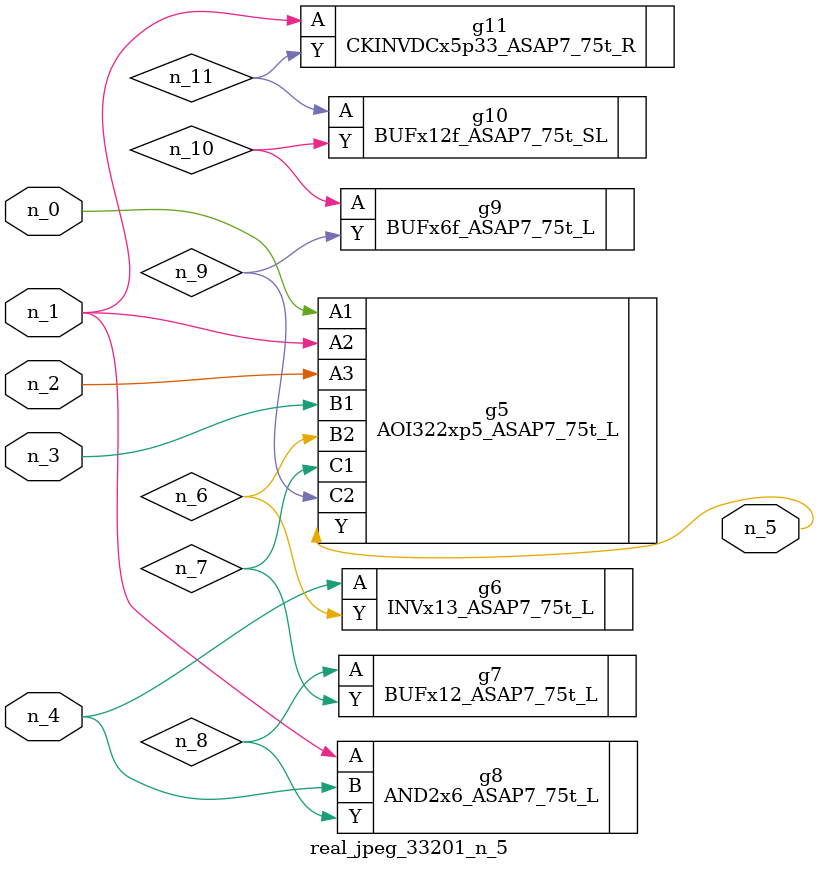
<source format=v>
module real_jpeg_33201_n_5 (n_4, n_0, n_1, n_2, n_3, n_5);

input n_4;
input n_0;
input n_1;
input n_2;
input n_3;

output n_5;

wire n_8;
wire n_11;
wire n_6;
wire n_7;
wire n_10;
wire n_9;

AOI322xp5_ASAP7_75t_L g5 ( 
.A1(n_0),
.A2(n_1),
.A3(n_2),
.B1(n_3),
.B2(n_6),
.C1(n_7),
.C2(n_9),
.Y(n_5)
);

AND2x6_ASAP7_75t_L g8 ( 
.A(n_1),
.B(n_4),
.Y(n_8)
);

CKINVDCx5p33_ASAP7_75t_R g11 ( 
.A(n_1),
.Y(n_11)
);

INVx13_ASAP7_75t_L g6 ( 
.A(n_4),
.Y(n_6)
);

BUFx12_ASAP7_75t_L g7 ( 
.A(n_8),
.Y(n_7)
);

BUFx6f_ASAP7_75t_L g9 ( 
.A(n_10),
.Y(n_9)
);

BUFx12f_ASAP7_75t_SL g10 ( 
.A(n_11),
.Y(n_10)
);


endmodule
</source>
